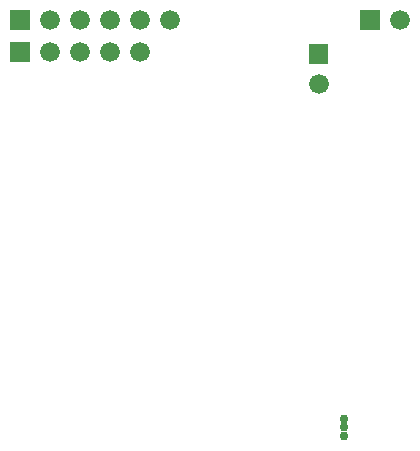
<source format=gbr>
G04 start of page 7 for group -4062 idx -4062 *
G04 Title: (unknown), soldermask *
G04 Creator: pcb 4.0.2 *
G04 CreationDate: Sun Feb  4 07:02:53 2018 UTC *
G04 For: jeroen *
G04 Format: Gerber/RS-274X *
G04 PCB-Dimensions (mil): 6000.00 5000.00 *
G04 PCB-Coordinate-Origin: lower left *
%MOIN*%
%FSLAX25Y25*%
%LNBOTTOMMASK*%
%ADD43C,0.0660*%
%ADD42C,0.0001*%
%ADD41C,0.0300*%
G54D41*X456299Y178740D03*
Y181496D03*
Y184252D03*
G54D42*G36*
X344810Y310072D02*Y303472D01*
X351410D01*
Y310072D01*
X344810D01*
G37*
G54D43*X358110Y306772D03*
X368110D03*
X378110D03*
X388110D03*
G54D42*G36*
X461503Y320623D02*Y314023D01*
X468103D01*
Y320623D01*
X461503D01*
G37*
G54D43*X474803Y317323D03*
G54D42*G36*
X444338Y309402D02*Y302802D01*
X450938D01*
Y309402D01*
X444338D01*
G37*
G54D43*X447638Y296102D03*
G54D42*G36*
X344810Y320623D02*Y314023D01*
X351410D01*
Y320623D01*
X344810D01*
G37*
G54D43*X358110Y317323D03*
X368110D03*
X378110D03*
X388110D03*
X398110D03*
M02*

</source>
